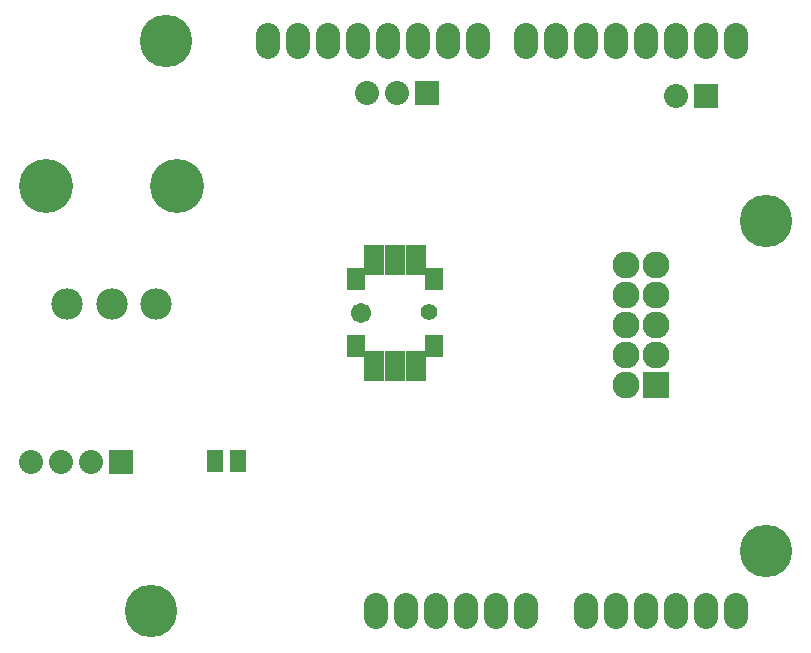
<source format=gts>
G04 (created by PCBNEW-RS274X (2011-07-19)-testing) date Tue 10 Jan 2012 03:03:46 PM PST*
G01*
G70*
G90*
%MOIN*%
G04 Gerber Fmt 3.4, Leading zero omitted, Abs format*
%FSLAX34Y34*%
G04 APERTURE LIST*
%ADD10C,0.006000*%
%ADD11C,0.067200*%
%ADD12C,0.055400*%
%ADD13R,0.067200X0.098700*%
%ADD14R,0.059400X0.075900*%
%ADD15R,0.055000X0.075000*%
%ADD16C,0.105000*%
%ADD17C,0.180000*%
%ADD18R,0.080000X0.080000*%
%ADD19C,0.080000*%
%ADD20R,0.090000X0.090000*%
%ADD21C,0.090000*%
%ADD22O,0.080000X0.120000*%
%ADD23C,0.175000*%
G04 APERTURE END LIST*
G54D10*
G54D11*
X35093Y-35475D03*
G54D12*
X37357Y-35436D03*
G54D13*
X36225Y-33703D03*
X36225Y-37247D03*
X35516Y-33703D03*
X36934Y-33703D03*
X35516Y-37247D03*
X36934Y-37247D03*
G54D14*
X34926Y-34369D03*
X37524Y-34369D03*
X34926Y-36581D03*
X37524Y-36581D03*
G54D15*
X30225Y-40425D03*
X30975Y-40425D03*
G54D16*
X25295Y-35200D03*
X26775Y-35200D03*
X28255Y-35200D03*
G54D17*
X24605Y-31260D03*
X28945Y-31260D03*
G54D18*
X37300Y-28150D03*
G54D19*
X36300Y-28150D03*
X35300Y-28150D03*
G54D18*
X46600Y-28250D03*
G54D19*
X45600Y-28250D03*
G54D20*
X44910Y-37880D03*
G54D21*
X43910Y-37880D03*
X44910Y-36880D03*
X43910Y-36880D03*
X44910Y-35880D03*
X43910Y-35880D03*
X44910Y-34880D03*
X43910Y-34880D03*
X44910Y-33880D03*
X43910Y-33880D03*
G54D22*
X47575Y-45425D03*
X46575Y-45425D03*
X45575Y-45425D03*
X42575Y-45425D03*
X43575Y-45425D03*
X44575Y-45425D03*
X40575Y-45425D03*
X39575Y-45425D03*
X38575Y-45425D03*
X36575Y-45425D03*
X35575Y-45425D03*
X47575Y-26425D03*
X46575Y-26425D03*
X45575Y-26425D03*
X44575Y-26425D03*
X43575Y-26425D03*
X42575Y-26425D03*
X41575Y-26425D03*
X40575Y-26425D03*
X38975Y-26425D03*
X37975Y-26425D03*
X36975Y-26425D03*
X35975Y-26425D03*
X34975Y-26425D03*
X33975Y-26425D03*
X32975Y-26425D03*
X31975Y-26425D03*
X37575Y-45425D03*
G54D23*
X48575Y-43425D03*
X48575Y-32425D03*
X28575Y-26425D03*
X28075Y-45425D03*
G54D18*
X27100Y-40450D03*
G54D19*
X26100Y-40450D03*
X25100Y-40450D03*
X24100Y-40450D03*
M02*

</source>
